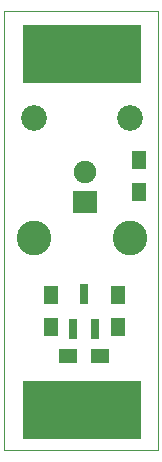
<source format=gts>
G04 #@! TF.FileFunction,Soldermask,Top*
%FSLAX46Y46*%
G04 Gerber Fmt 4.6, Leading zero omitted, Abs format (unit mm)*
G04 Created by KiCad (PCBNEW 0.201602231446+6579~42~ubuntu15.04.1-product) date Fri 26 Feb 2016 04:43:04 PM EST*
%MOMM*%
G01*
G04 APERTURE LIST*
%ADD10C,0.100000*%
%ADD11R,2.000000X1.900000*%
%ADD12C,1.900000*%
%ADD13R,0.800100X1.800860*%
%ADD14R,1.300000X1.500000*%
%ADD15R,1.500000X1.300000*%
%ADD16R,10.000000X5.000000*%
%ADD17C,2.930000*%
%ADD18C,2.170000*%
G04 APERTURE END LIST*
D10*
X102600000Y-86400000D02*
X102600000Y-49200000D01*
X115600000Y-86400000D02*
X102600000Y-86400000D01*
X115600000Y-49200000D02*
X115600000Y-86400000D01*
X102600000Y-49200000D02*
X115600000Y-49200000D01*
D11*
X109400000Y-65340000D03*
D12*
X109400000Y-62800000D03*
D13*
X108395891Y-76119947D03*
X110295891Y-76119947D03*
X109345891Y-73117667D03*
D14*
X112200000Y-73268807D03*
X112200000Y-75968807D03*
D15*
X107995891Y-78418807D03*
X110695891Y-78418807D03*
D14*
X106545891Y-73268807D03*
X106545891Y-75968807D03*
X114000000Y-64550000D03*
X114000000Y-61850000D03*
D16*
X109200000Y-52800000D03*
X109200000Y-83000000D03*
D17*
X105070000Y-68400000D03*
D18*
X113200000Y-58240000D03*
D17*
X113200000Y-68400000D03*
D18*
X105070000Y-58240000D03*
M02*

</source>
